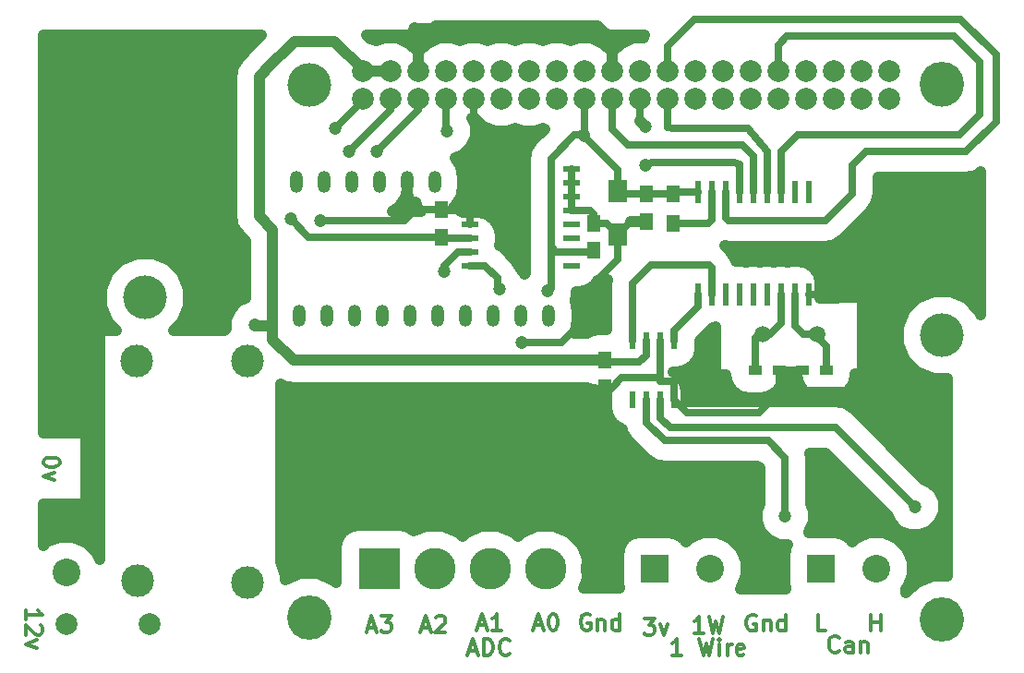
<source format=gbr>
G04 #@! TF.FileFunction,Copper,L1,Top,Signal*
%FSLAX46Y46*%
G04 Gerber Fmt 4.6, Leading zero omitted, Abs format (unit mm)*
G04 Created by KiCad (PCBNEW 4.0.6) date Wednesday, 29 December 2021 'AMt' 09:41:43*
%MOMM*%
%LPD*%
G01*
G04 APERTURE LIST*
%ADD10C,0.100000*%
%ADD11C,0.300000*%
%ADD12O,1.200000X2.000000*%
%ADD13C,4.064000*%
%ADD14C,4.000000*%
%ADD15C,2.000000*%
%ADD16R,1.250000X1.500000*%
%ADD17R,1.200000X0.900000*%
%ADD18R,1.700000X2.000000*%
%ADD19C,3.810000*%
%ADD20R,3.810000X3.810000*%
%ADD21R,2.540000X2.540000*%
%ADD22C,2.540000*%
%ADD23R,1.300000X1.500000*%
%ADD24C,1.998980*%
%ADD25R,0.600000X2.000000*%
%ADD26R,0.600000X1.550000*%
%ADD27C,1.500000*%
%ADD28C,3.000000*%
%ADD29R,1.500000X0.600000*%
%ADD30C,1.200000*%
%ADD31C,0.700000*%
%ADD32C,1.000000*%
G04 APERTURE END LIST*
D10*
D11*
X41246657Y969200D02*
X41960943Y969200D01*
X41103800Y540629D02*
X41603800Y2040629D01*
X42103800Y540629D01*
X42603800Y540629D02*
X42603800Y2040629D01*
X42960943Y2040629D01*
X43175228Y1969200D01*
X43318086Y1826343D01*
X43389514Y1683486D01*
X43460943Y1397771D01*
X43460943Y1183486D01*
X43389514Y897771D01*
X43318086Y754914D01*
X43175228Y612057D01*
X42960943Y540629D01*
X42603800Y540629D01*
X44960943Y683486D02*
X44889514Y612057D01*
X44675228Y540629D01*
X44532371Y540629D01*
X44318086Y612057D01*
X44175228Y754914D01*
X44103800Y897771D01*
X44032371Y1183486D01*
X44032371Y1397771D01*
X44103800Y1683486D01*
X44175228Y1826343D01*
X44318086Y1969200D01*
X44532371Y2040629D01*
X44675228Y2040629D01*
X44889514Y1969200D01*
X44960943Y1897771D01*
X60730915Y540629D02*
X59873772Y540629D01*
X60302344Y540629D02*
X60302344Y2040629D01*
X60159487Y1826343D01*
X60016629Y1683486D01*
X59873772Y1612057D01*
X62373772Y2040629D02*
X62730915Y540629D01*
X63016629Y1612057D01*
X63302343Y540629D01*
X63659486Y2040629D01*
X64230915Y540629D02*
X64230915Y1540629D01*
X64230915Y2040629D02*
X64159486Y1969200D01*
X64230915Y1897771D01*
X64302343Y1969200D01*
X64230915Y2040629D01*
X64230915Y1897771D01*
X64945201Y540629D02*
X64945201Y1540629D01*
X64945201Y1254914D02*
X65016629Y1397771D01*
X65088058Y1469200D01*
X65230915Y1540629D01*
X65373772Y1540629D01*
X66445200Y612057D02*
X66302343Y540629D01*
X66016629Y540629D01*
X65873772Y612057D01*
X65802343Y754914D01*
X65802343Y1326343D01*
X65873772Y1469200D01*
X66016629Y1540629D01*
X66302343Y1540629D01*
X66445200Y1469200D01*
X66516629Y1326343D01*
X66516629Y1183486D01*
X65802343Y1040629D01*
X75180143Y962886D02*
X75108714Y891457D01*
X74894428Y820029D01*
X74751571Y820029D01*
X74537286Y891457D01*
X74394428Y1034314D01*
X74323000Y1177171D01*
X74251571Y1462886D01*
X74251571Y1677171D01*
X74323000Y1962886D01*
X74394428Y2105743D01*
X74537286Y2248600D01*
X74751571Y2320029D01*
X74894428Y2320029D01*
X75108714Y2248600D01*
X75180143Y2177171D01*
X76465857Y820029D02*
X76465857Y1605743D01*
X76394428Y1748600D01*
X76251571Y1820029D01*
X75965857Y1820029D01*
X75823000Y1748600D01*
X76465857Y891457D02*
X76323000Y820029D01*
X75965857Y820029D01*
X75823000Y891457D01*
X75751571Y1034314D01*
X75751571Y1177171D01*
X75823000Y1320029D01*
X75965857Y1391457D01*
X76323000Y1391457D01*
X76465857Y1462886D01*
X77180143Y1820029D02*
X77180143Y820029D01*
X77180143Y1677171D02*
X77251571Y1748600D01*
X77394429Y1820029D01*
X77608714Y1820029D01*
X77751571Y1748600D01*
X77823000Y1605743D01*
X77823000Y820029D01*
X78133629Y2775829D02*
X78133629Y4275829D01*
X78133629Y3561543D02*
X78990772Y3561543D01*
X78990772Y2775829D02*
X78990772Y4275829D01*
X642229Y3854342D02*
X642229Y4711485D01*
X642229Y4282913D02*
X2142229Y4282913D01*
X1927943Y4425770D01*
X1785086Y4568628D01*
X1713657Y4711485D01*
X1999371Y3282914D02*
X2070800Y3211485D01*
X2142229Y3068628D01*
X2142229Y2711485D01*
X2070800Y2568628D01*
X1999371Y2497199D01*
X1856514Y2425771D01*
X1713657Y2425771D01*
X1499371Y2497199D01*
X642229Y3354342D01*
X642229Y2425771D01*
X1642229Y1925771D02*
X642229Y1568628D01*
X1642229Y1211486D01*
X3742429Y18321257D02*
X3742429Y18178400D01*
X3671000Y18035543D01*
X3599571Y17964114D01*
X3456714Y17892685D01*
X3171000Y17821257D01*
X2813857Y17821257D01*
X2528143Y17892685D01*
X2385286Y17964114D01*
X2313857Y18035543D01*
X2242429Y18178400D01*
X2242429Y18321257D01*
X2313857Y18464114D01*
X2385286Y18535543D01*
X2528143Y18606971D01*
X2813857Y18678400D01*
X3171000Y18678400D01*
X3456714Y18606971D01*
X3599571Y18535543D01*
X3671000Y18464114D01*
X3742429Y18321257D01*
X3242429Y17321257D02*
X2242429Y16964114D01*
X3242429Y16606972D01*
X73971886Y2775829D02*
X73257600Y2775829D01*
X73257600Y4275829D01*
X67564914Y4204400D02*
X67422057Y4275829D01*
X67207771Y4275829D01*
X66993486Y4204400D01*
X66850628Y4061543D01*
X66779200Y3918686D01*
X66707771Y3632971D01*
X66707771Y3418686D01*
X66779200Y3132971D01*
X66850628Y2990114D01*
X66993486Y2847257D01*
X67207771Y2775829D01*
X67350628Y2775829D01*
X67564914Y2847257D01*
X67636343Y2918686D01*
X67636343Y3418686D01*
X67350628Y3418686D01*
X68279200Y3775829D02*
X68279200Y2775829D01*
X68279200Y3632971D02*
X68350628Y3704400D01*
X68493486Y3775829D01*
X68707771Y3775829D01*
X68850628Y3704400D01*
X68922057Y3561543D01*
X68922057Y2775829D01*
X70279200Y2775829D02*
X70279200Y4275829D01*
X70279200Y2847257D02*
X70136343Y2775829D01*
X69850629Y2775829D01*
X69707771Y2847257D01*
X69636343Y2918686D01*
X69564914Y3061543D01*
X69564914Y3490114D01*
X69636343Y3632971D01*
X69707771Y3704400D01*
X69850629Y3775829D01*
X70136343Y3775829D01*
X70279200Y3704400D01*
X62766629Y2598029D02*
X61909486Y2598029D01*
X62338058Y2598029D02*
X62338058Y4098029D01*
X62195201Y3883743D01*
X62052343Y3740886D01*
X61909486Y3669457D01*
X63266629Y4098029D02*
X63623772Y2598029D01*
X63909486Y3669457D01*
X64195200Y2598029D01*
X64552343Y4098029D01*
X52350314Y4280600D02*
X52207457Y4352029D01*
X51993171Y4352029D01*
X51778886Y4280600D01*
X51636028Y4137743D01*
X51564600Y3994886D01*
X51493171Y3709171D01*
X51493171Y3494886D01*
X51564600Y3209171D01*
X51636028Y3066314D01*
X51778886Y2923457D01*
X51993171Y2852029D01*
X52136028Y2852029D01*
X52350314Y2923457D01*
X52421743Y2994886D01*
X52421743Y3494886D01*
X52136028Y3494886D01*
X53064600Y3852029D02*
X53064600Y2852029D01*
X53064600Y3709171D02*
X53136028Y3780600D01*
X53278886Y3852029D01*
X53493171Y3852029D01*
X53636028Y3780600D01*
X53707457Y3637743D01*
X53707457Y2852029D01*
X55064600Y2852029D02*
X55064600Y4352029D01*
X55064600Y2923457D02*
X54921743Y2852029D01*
X54636029Y2852029D01*
X54493171Y2923457D01*
X54421743Y2994886D01*
X54350314Y3137743D01*
X54350314Y3566314D01*
X54421743Y3709171D01*
X54493171Y3780600D01*
X54636029Y3852029D01*
X54921743Y3852029D01*
X55064600Y3780600D01*
X57323172Y3920229D02*
X58251743Y3920229D01*
X57751743Y3348800D01*
X57966029Y3348800D01*
X58108886Y3277371D01*
X58180315Y3205943D01*
X58251743Y3063086D01*
X58251743Y2705943D01*
X58180315Y2563086D01*
X58108886Y2491657D01*
X57966029Y2420229D01*
X57537457Y2420229D01*
X57394600Y2491657D01*
X57323172Y2563086D01*
X58751743Y3420229D02*
X59108886Y2420229D01*
X59466028Y3420229D01*
X31973972Y3102800D02*
X32688258Y3102800D01*
X31831115Y2674229D02*
X32331115Y4174229D01*
X32831115Y2674229D01*
X33188258Y4174229D02*
X34116829Y4174229D01*
X33616829Y3602800D01*
X33831115Y3602800D01*
X33973972Y3531371D01*
X34045401Y3459943D01*
X34116829Y3317086D01*
X34116829Y2959943D01*
X34045401Y2817086D01*
X33973972Y2745657D01*
X33831115Y2674229D01*
X33402543Y2674229D01*
X33259686Y2745657D01*
X33188258Y2817086D01*
X36952372Y3102800D02*
X37666658Y3102800D01*
X36809515Y2674229D02*
X37309515Y4174229D01*
X37809515Y2674229D01*
X38238086Y4031371D02*
X38309515Y4102800D01*
X38452372Y4174229D01*
X38809515Y4174229D01*
X38952372Y4102800D01*
X39023801Y4031371D01*
X39095229Y3888514D01*
X39095229Y3745657D01*
X39023801Y3531371D01*
X38166658Y2674229D01*
X39095229Y2674229D01*
X42108572Y3280600D02*
X42822858Y3280600D01*
X41965715Y2852029D02*
X42465715Y4352029D01*
X42965715Y2852029D01*
X44251429Y2852029D02*
X43394286Y2852029D01*
X43822858Y2852029D02*
X43822858Y4352029D01*
X43680001Y4137743D01*
X43537143Y3994886D01*
X43394286Y3923457D01*
X47264772Y3280600D02*
X47979058Y3280600D01*
X47121915Y2852029D02*
X47621915Y4352029D01*
X48121915Y2852029D01*
X48907629Y4352029D02*
X49050486Y4352029D01*
X49193343Y4280600D01*
X49264772Y4209171D01*
X49336201Y4066314D01*
X49407629Y3780600D01*
X49407629Y3423457D01*
X49336201Y3137743D01*
X49264772Y2994886D01*
X49193343Y2923457D01*
X49050486Y2852029D01*
X48907629Y2852029D01*
X48764772Y2923457D01*
X48693343Y2994886D01*
X48621915Y3137743D01*
X48550486Y3423457D01*
X48550486Y3780600D01*
X48621915Y4066314D01*
X48693343Y4209171D01*
X48764772Y4280600D01*
X48907629Y4352029D01*
D12*
X48577500Y31686500D03*
X46037500Y31686500D03*
X43497500Y31686500D03*
X40957500Y31686500D03*
X38417500Y31686500D03*
X35877500Y31686500D03*
X33337500Y31686500D03*
X30797500Y31686500D03*
X28257500Y31686500D03*
X25717500Y31686500D03*
D13*
X26606500Y4000500D03*
X84582000Y3810000D03*
X84582000Y52959000D03*
D14*
X84626000Y29888000D03*
X26626000Y52888000D03*
D15*
X31496000Y54158000D03*
X31496000Y51618000D03*
X34036000Y54158000D03*
X34036000Y51618000D03*
X36576000Y54158000D03*
X36576000Y51618000D03*
X39116000Y54158000D03*
X39116000Y51618000D03*
X41656000Y54158000D03*
X41656000Y51618000D03*
X44196000Y54158000D03*
X44196000Y51618000D03*
X46736000Y54158000D03*
X46736000Y51618000D03*
X49276000Y54158000D03*
X49276000Y51618000D03*
X51816000Y54158000D03*
X51816000Y51618000D03*
X54356000Y54158000D03*
X54356000Y51618000D03*
X56896000Y54158000D03*
X56896000Y51618000D03*
X59436000Y54158000D03*
X59436000Y51618000D03*
X61976000Y54158000D03*
X61976000Y51618000D03*
X64516000Y54158000D03*
X64516000Y51618000D03*
X67056000Y54158000D03*
X67056000Y51618000D03*
X69596000Y54158000D03*
X69596000Y51618000D03*
X72136000Y54158000D03*
X72136000Y51618000D03*
X74676000Y54158000D03*
X74676000Y51618000D03*
X77216000Y54158000D03*
X77216000Y51618000D03*
X79756000Y54158000D03*
X79756000Y51618000D03*
D14*
X84626000Y52888000D03*
X11557000Y33363000D03*
X11557000Y53363000D03*
D16*
X52730400Y40162800D03*
X52730400Y37662800D03*
X38709600Y41407400D03*
X38709600Y38907400D03*
D17*
X73998000Y26670000D03*
X71798000Y26670000D03*
X67480000Y26670000D03*
X69680000Y26670000D03*
D18*
X54927500Y39148000D03*
X54927500Y43148000D03*
D16*
X57531000Y40342500D03*
X57531000Y42842500D03*
X53721000Y25102500D03*
X53721000Y27602500D03*
D19*
X38100000Y8509000D03*
X43180000Y8509000D03*
D20*
X33020000Y8509000D03*
D19*
X48260000Y8509000D03*
X53340000Y8509000D03*
D21*
X4318000Y13208000D03*
D22*
X4318000Y8128000D03*
D21*
X73533000Y8509000D03*
D22*
X78613000Y8509000D03*
D23*
X59944000Y40179000D03*
X59944000Y42879000D03*
D24*
X11938000Y3429000D03*
X4318000Y3429000D03*
D12*
X38100000Y43942000D03*
X35560000Y43942000D03*
X33020000Y43942000D03*
X30480000Y43942000D03*
X27940000Y43942000D03*
X25400000Y43942000D03*
D25*
X62230000Y33654000D03*
X63500000Y33654000D03*
X64770000Y33654000D03*
X66040000Y33654000D03*
X67310000Y33654000D03*
X68580000Y33654000D03*
X69850000Y33654000D03*
X71120000Y33654000D03*
X72390000Y33654000D03*
X72390000Y43054000D03*
X71120000Y43054000D03*
X69850000Y43054000D03*
X68580000Y43054000D03*
X67310000Y43054000D03*
X66040000Y43054000D03*
X64770000Y43054000D03*
X63500000Y43054000D03*
X62230000Y43054000D03*
D26*
X60071000Y29370000D03*
X58801000Y29370000D03*
X57531000Y29370000D03*
X56261000Y29370000D03*
X56261000Y23970000D03*
X57531000Y23970000D03*
X58801000Y23970000D03*
X60071000Y23970000D03*
D27*
X73152000Y29972000D03*
X68152000Y29972000D03*
D21*
X58293000Y8509000D03*
D22*
X63373000Y8509000D03*
X68453000Y8509000D03*
D28*
X10795000Y27559000D03*
X20955000Y7239000D03*
X20955000Y27559000D03*
X10875000Y7399000D03*
D29*
X50624000Y36258500D03*
X50624000Y37528500D03*
X50624000Y38798500D03*
X50624000Y40068500D03*
X50624000Y41338500D03*
X50624000Y42608500D03*
X50624000Y43878500D03*
X50624000Y45148500D03*
X41324000Y45148500D03*
X41324000Y43878500D03*
X41324000Y42608500D03*
X41324000Y41338500D03*
X41324000Y40068500D03*
X41324000Y38798500D03*
X41324000Y37528500D03*
X41324000Y36258500D03*
D30*
X24892000Y40538400D03*
X46101000Y29235400D03*
X36245800Y58039000D03*
X27622500Y40386000D03*
X36385500Y41973500D03*
X48488600Y33959800D03*
X28956000Y48831500D03*
X21590000Y30835600D03*
X70256400Y13309600D03*
X82143600Y14198600D03*
X39217600Y48641000D03*
X38989000Y35788600D03*
X30226000Y46736000D03*
X44069000Y34163000D03*
X32766000Y46736000D03*
X57404000Y49022000D03*
X57404000Y45466000D03*
D31*
X26523000Y38907400D02*
X24892000Y40538400D01*
X38709600Y38907400D02*
X26523000Y38907400D01*
X41324000Y38798500D02*
X38818500Y38798500D01*
X38818500Y38798500D02*
X38709600Y38907400D01*
D32*
X54356000Y56959500D02*
X54356000Y54158000D01*
D31*
X54927500Y39148000D02*
X54927500Y36868100D01*
X49707800Y29235400D02*
X46101000Y29235400D01*
X51308000Y30835600D02*
X49707800Y29235400D01*
X51308000Y33248600D02*
X51308000Y30835600D01*
X54927500Y36868100D02*
X51308000Y33248600D01*
D32*
X37909500Y57975500D02*
X36309300Y57975500D01*
X36309300Y57975500D02*
X36245800Y58039000D01*
D31*
X41656000Y51618000D02*
X41656000Y45480500D01*
X41656000Y45480500D02*
X41324000Y45148500D01*
X38709600Y41407400D02*
X36951600Y41407400D01*
X36951600Y41407400D02*
X36385500Y41973500D01*
X41324000Y41338500D02*
X38778500Y41338500D01*
X38778500Y41338500D02*
X38709600Y41407400D01*
X41324000Y41338500D02*
X41324000Y40068500D01*
X41324000Y42608500D02*
X41324000Y41338500D01*
X41324000Y43535600D02*
X41324000Y42608500D01*
X41324000Y45148500D02*
X41324000Y43535600D01*
X41324000Y43535600D02*
X41324000Y43878500D01*
X52730400Y40162800D02*
X53912700Y40162800D01*
X53912700Y40162800D02*
X54927500Y39148000D01*
X50624000Y41338500D02*
X52362100Y41338500D01*
X52730400Y40970200D02*
X52730400Y40162800D01*
X52362100Y41338500D02*
X52730400Y40970200D01*
X50624000Y41338500D02*
X50624000Y42608500D01*
X54628800Y39148000D02*
X54927500Y39148000D01*
X50624000Y43878500D02*
X50624000Y42608500D01*
X50624000Y45148500D02*
X50624000Y43878500D01*
D32*
X36385500Y41973500D02*
X36385500Y41402000D01*
D31*
X36385500Y41402000D02*
X35369500Y40386000D01*
X35369500Y40386000D02*
X27622500Y40386000D01*
X54875500Y39096000D02*
X54927500Y39148000D01*
D32*
X36576000Y54158000D02*
X36576000Y56642000D01*
X36576000Y56642000D02*
X37909500Y57975500D01*
X37909500Y57975500D02*
X38227000Y58293000D01*
X38227000Y58293000D02*
X53022500Y58293000D01*
X53022500Y58293000D02*
X54356000Y56959500D01*
D31*
X53721000Y25102500D02*
X54376000Y25102500D01*
X55245000Y25971500D02*
X58801000Y25971500D01*
X54376000Y25102500D02*
X55245000Y25971500D01*
X72390000Y33654000D02*
X76518500Y33654000D01*
X70294500Y24828500D02*
X69680000Y25443000D01*
X75882500Y24828500D02*
X75692000Y24828500D01*
X75692000Y24828500D02*
X70294500Y24828500D01*
X77152500Y26098500D02*
X75882500Y24828500D01*
X77152500Y33020000D02*
X77152500Y26098500D01*
X76518500Y33654000D02*
X77152500Y33020000D01*
D32*
X57531000Y40342500D02*
X56122000Y40342500D01*
D31*
X56122000Y40342500D02*
X54927500Y39148000D01*
X58801000Y29370000D02*
X58801000Y25971500D01*
X58801000Y25971500D02*
X58801000Y25654000D01*
X58801000Y25654000D02*
X59944000Y25654000D01*
X60071000Y23970000D02*
X60071000Y25527000D01*
X60071000Y25527000D02*
X59944000Y25654000D01*
X69680000Y26670000D02*
X69680000Y25443000D01*
X69680000Y25443000D02*
X69680000Y24652002D01*
X61250998Y22790002D02*
X60071000Y23970000D01*
X67818000Y22790002D02*
X61250998Y22790002D01*
X69680000Y24652002D02*
X67818000Y22790002D01*
X69680000Y26670000D02*
X71798000Y26670000D01*
X48793400Y34264600D02*
X48793400Y37998400D01*
X48488600Y33959800D02*
X48793400Y34264600D01*
X51689000Y48260000D02*
X50952400Y48260000D01*
X50952400Y48260000D02*
X48793400Y46101000D01*
X48793400Y46101000D02*
X48793400Y37998400D01*
X49263300Y37528500D02*
X50624000Y37528500D01*
X48793400Y37998400D02*
X49263300Y37528500D01*
X50624000Y37528500D02*
X52596100Y37528500D01*
X52596100Y37528500D02*
X52730400Y37662800D01*
D32*
X51689000Y48260000D02*
X51816000Y48133000D01*
X51816000Y48133000D02*
X51816000Y48260000D01*
D31*
X28956000Y48831500D02*
X31496000Y51371500D01*
D32*
X51816000Y48260000D02*
X51816000Y48133000D01*
X51689000Y48260000D02*
X51816000Y48260000D01*
D31*
X31496000Y51371500D02*
X31496000Y51618000D01*
X54927500Y43148000D02*
X54927500Y45021500D01*
X54927500Y45021500D02*
X51816000Y48133000D01*
X51816000Y48133000D02*
X51816000Y51618000D01*
X57531000Y42842500D02*
X55233000Y42842500D01*
X55233000Y42842500D02*
X54927500Y43148000D01*
X59944000Y42879000D02*
X57567500Y42879000D01*
X57567500Y42879000D02*
X57531000Y42842500D01*
X62230000Y43054000D02*
X60119000Y43054000D01*
X60119000Y43054000D02*
X59944000Y42879000D01*
X73152000Y29972000D02*
X73152000Y29718000D01*
X73152000Y29718000D02*
X73998000Y28872000D01*
X73998000Y28872000D02*
X73998000Y26670000D01*
X73152000Y29972000D02*
X71882000Y29972000D01*
X71120000Y30734000D02*
X71120000Y33654000D01*
X71882000Y29972000D02*
X71120000Y30734000D01*
X68152000Y29972000D02*
X67818000Y29972000D01*
X67818000Y29972000D02*
X67480000Y29634000D01*
X67480000Y29634000D02*
X67480000Y26670000D01*
X68152000Y29972000D02*
X68834000Y29972000D01*
X68834000Y29972000D02*
X69850000Y30988000D01*
X69850000Y30988000D02*
X69850000Y33654000D01*
D32*
X21691600Y30734000D02*
X23272750Y30734000D01*
X21590000Y30835600D02*
X21691600Y30734000D01*
X22555200Y54203600D02*
X22555200Y54127400D01*
X22555200Y54127400D02*
X22021800Y53594000D01*
X22021800Y53594000D02*
X22021800Y40792400D01*
X23272750Y39541450D02*
X23272750Y30734000D01*
X25222200Y56870600D02*
X28905200Y56870600D01*
X22555200Y54203600D02*
X25222200Y56870600D01*
X23272750Y39541450D02*
X22021800Y40792400D01*
X31496000Y54279800D02*
X28905200Y56870600D01*
X23272750Y30734000D02*
X23272750Y29495750D01*
X25166000Y27602500D02*
X23272750Y29495750D01*
X25166000Y27602500D02*
X53721000Y27602500D01*
X31496000Y54158000D02*
X31496000Y54279800D01*
X31496000Y54158000D02*
X34036000Y54158000D01*
D31*
X53911500Y27412000D02*
X56876000Y27412000D01*
X57531000Y28067000D02*
X56876000Y27412000D01*
X57531000Y28067000D02*
X57531000Y29370000D01*
X53911500Y27412000D02*
X53721000Y27602500D01*
X70256400Y13309600D02*
X70256400Y18665198D01*
X57531000Y21899540D02*
X57531000Y23970000D01*
X59190542Y20239998D02*
X57531000Y21899540D01*
X68681600Y20239998D02*
X59190542Y20239998D01*
X70256400Y18665198D02*
X68681600Y20239998D01*
X58801000Y22326600D02*
X58801000Y23970000D01*
X59687600Y21440000D02*
X58801000Y22326600D01*
X74902200Y21440000D02*
X59687600Y21440000D01*
X82143600Y14198600D02*
X74902200Y21440000D01*
X39116000Y48742600D02*
X39217600Y48641000D01*
X39116000Y48742600D02*
X39116000Y51618000D01*
X41324000Y37528500D02*
X40246300Y37528500D01*
X38989000Y36271200D02*
X38989000Y35788600D01*
X40246300Y37528500D02*
X38989000Y36271200D01*
X34036000Y51618000D02*
X34036000Y50546000D01*
X34036000Y50546000D02*
X30226000Y46736000D01*
X42735500Y36258500D02*
X41324000Y36258500D01*
X43865800Y35128200D02*
X42735500Y36258500D01*
X43865800Y34366200D02*
X43865800Y35128200D01*
X44069000Y34163000D02*
X43865800Y34366200D01*
X36576000Y50546000D02*
X32766000Y46736000D01*
X36576000Y51618000D02*
X36576000Y50546000D01*
X63500000Y43054000D02*
X63500000Y40513000D01*
X63166000Y40179000D02*
X59944000Y40179000D01*
X63500000Y40513000D02*
X63166000Y40179000D01*
X54356000Y48768000D02*
X54356000Y51618000D01*
X67310000Y43054000D02*
X67310000Y46308940D01*
X55810002Y47313998D02*
X54356000Y48768000D01*
X66304942Y47313998D02*
X55810002Y47313998D01*
X67310000Y46308940D02*
X66304942Y47313998D01*
X56896000Y51618000D02*
X56896000Y49530000D01*
D32*
X57404000Y49022000D02*
X56896000Y49530000D01*
X57437467Y45479118D02*
X57417118Y45479118D01*
X57417118Y45479118D02*
X57404000Y45466000D01*
D31*
X66109998Y44704000D02*
X66040000Y44704000D01*
X66109998Y45535998D02*
X66109998Y44704000D01*
X65532000Y45720000D02*
X66109998Y45535998D01*
X58051996Y45720000D02*
X65532000Y45720000D01*
X57437467Y45479118D02*
X58051996Y45720000D01*
X66040000Y43054000D02*
X66040000Y44704000D01*
X76390500Y42862500D02*
X76390500Y45489998D01*
X59436000Y56388000D02*
X59436000Y54158000D01*
X61888502Y58840502D02*
X59436000Y56388000D01*
X86346322Y58840502D02*
X61888502Y58840502D01*
X89574502Y55612322D02*
X86346322Y58840502D01*
X89574502Y49480178D02*
X89574502Y55612322D01*
X86854322Y46759998D02*
X89574502Y49480178D01*
X77660500Y46759998D02*
X86854322Y46759998D01*
X76390500Y45489998D02*
X77660500Y46759998D01*
X64770000Y43054000D02*
X64770000Y40640000D01*
X73914000Y40386000D02*
X76390500Y42862500D01*
X65024000Y40386000D02*
X73914000Y40386000D01*
X64770000Y40640000D02*
X65024000Y40386000D01*
X59436000Y51618000D02*
X59436000Y48952002D01*
X68580000Y46736000D02*
X68580000Y43054000D01*
X66865500Y48895000D02*
X68580000Y46736000D01*
X59937502Y48895000D02*
X66865500Y48895000D01*
X59436000Y48952002D02*
X59937502Y48895000D01*
X71374000Y48260000D02*
X86233000Y48260000D01*
X69596000Y56515000D02*
X69596000Y54158000D01*
X70421500Y57340500D02*
X69596000Y56515000D01*
X85725000Y57340500D02*
X70421500Y57340500D01*
X88074500Y54991000D02*
X85725000Y57340500D01*
X88074500Y50101500D02*
X88074500Y54991000D01*
X86233000Y48260000D02*
X88074500Y50101500D01*
X69850000Y43054000D02*
X69850000Y46736000D01*
X69850000Y46736000D02*
X71374000Y48260000D01*
X62230000Y33654000D02*
X62230000Y32512000D01*
X60071000Y30353000D02*
X60071000Y29370000D01*
X62230000Y32512000D02*
X60071000Y30353000D01*
X63500000Y33654000D02*
X63500000Y36068000D01*
X56261000Y34671000D02*
X56261000Y29370000D01*
X57912000Y36322000D02*
X56261000Y34671000D01*
X63246000Y36322000D02*
X57912000Y36322000D01*
X63500000Y36068000D02*
X63246000Y36322000D01*
D32*
G36*
X88170800Y31783505D02*
X88019013Y32150858D01*
X86894777Y33277058D01*
X85425140Y33887305D01*
X83833841Y33888693D01*
X82363142Y33281013D01*
X81236942Y32156777D01*
X80626695Y30687140D01*
X80625307Y29095841D01*
X81232987Y27625142D01*
X82357223Y26498942D01*
X83826860Y25888695D01*
X85148200Y25887542D01*
X85148200Y7841508D01*
X83783504Y7842699D01*
X82301039Y7230157D01*
X81347915Y6278695D01*
X81347915Y6618697D01*
X81383555Y6654275D01*
X81882431Y7855703D01*
X81883566Y9156590D01*
X81386787Y10358886D01*
X80467725Y11279555D01*
X79266297Y11778431D01*
X77965410Y11779566D01*
X76763114Y11282787D01*
X76427542Y10947801D01*
X76264702Y11200862D01*
X75596356Y11657523D01*
X74803000Y11818182D01*
X72442545Y11818182D01*
X72459287Y11834895D01*
X72855948Y12790159D01*
X72856850Y13824503D01*
X72606400Y14430639D01*
X72606400Y18665198D01*
X72521902Y19090000D01*
X73928798Y19090000D01*
X79689644Y13329154D01*
X79938142Y12727742D01*
X80668895Y11995713D01*
X81624159Y11599052D01*
X82658503Y11598150D01*
X83614458Y11993142D01*
X84346487Y12723895D01*
X84743148Y13679159D01*
X84744050Y14713503D01*
X84349058Y15669458D01*
X83618305Y16401487D01*
X83012607Y16652995D01*
X76563901Y23101701D01*
X75801506Y23611117D01*
X74902200Y23790000D01*
X61151000Y23790000D01*
X61151000Y23970000D01*
X61140182Y24024386D01*
X61140182Y24745000D01*
X61000724Y25486156D01*
X60562702Y26166862D01*
X59993446Y26555818D01*
X60371000Y26555818D01*
X61112156Y26695276D01*
X61792862Y27133298D01*
X62249523Y27801644D01*
X62410182Y28595000D01*
X62410182Y29315614D01*
X62421000Y29370000D01*
X62421000Y29379598D01*
X63656220Y30614818D01*
X63800000Y30614818D01*
X63876300Y30629175D01*
X63876300Y26797000D01*
X63911608Y26612443D01*
X64020022Y26446192D01*
X64184576Y26335219D01*
X64379339Y26297009D01*
X64840818Y26299814D01*
X64840818Y26220000D01*
X64980276Y25478844D01*
X65418298Y24798138D01*
X66086644Y24341477D01*
X66880000Y24180818D01*
X68080000Y24180818D01*
X68821156Y24320276D01*
X69501862Y24758298D01*
X69958523Y25426644D01*
X70119182Y26220000D01*
X70119182Y26331902D01*
X71358818Y26339437D01*
X71358818Y26220000D01*
X71498276Y25478844D01*
X71936298Y24798138D01*
X72604644Y24341477D01*
X73398000Y24180818D01*
X74598000Y24180818D01*
X75339156Y24320276D01*
X76019862Y24758298D01*
X76476523Y25426644D01*
X76637182Y26220000D01*
X76637182Y26371525D01*
X76914239Y26373209D01*
X77092929Y26407395D01*
X77259835Y26514796D01*
X77371807Y26678672D01*
X77411200Y26873200D01*
X77411200Y32842200D01*
X77375892Y33026757D01*
X77267478Y33193008D01*
X77102924Y33303981D01*
X76908161Y33342191D01*
X73470000Y33321290D01*
X73470000Y33654000D01*
X73459182Y33708386D01*
X73459182Y34654000D01*
X73319724Y35395156D01*
X72881702Y36075862D01*
X72213356Y36532523D01*
X71420000Y36693182D01*
X70820000Y36693182D01*
X70472701Y36627833D01*
X70150000Y36693182D01*
X69550000Y36693182D01*
X69202701Y36627833D01*
X68880000Y36693182D01*
X68280000Y36693182D01*
X67932701Y36627833D01*
X67610000Y36693182D01*
X67010000Y36693182D01*
X66662701Y36627833D01*
X66340000Y36693182D01*
X65740000Y36693182D01*
X65726162Y36690578D01*
X65671117Y36967306D01*
X65161701Y37729701D01*
X64907701Y37983701D01*
X64746956Y38091107D01*
X65024000Y38036000D01*
X73914000Y38036000D01*
X74813306Y38214883D01*
X75575701Y38724299D01*
X78052201Y41200799D01*
X78561617Y41963194D01*
X78740500Y42862500D01*
X78740500Y44409998D01*
X86854322Y44409998D01*
X87753628Y44588881D01*
X88170800Y44867626D01*
X88170800Y31783505D01*
X88170800Y31783505D01*
G37*
X88170800Y31783505D02*
X88019013Y32150858D01*
X86894777Y33277058D01*
X85425140Y33887305D01*
X83833841Y33888693D01*
X82363142Y33281013D01*
X81236942Y32156777D01*
X80626695Y30687140D01*
X80625307Y29095841D01*
X81232987Y27625142D01*
X82357223Y26498942D01*
X83826860Y25888695D01*
X85148200Y25887542D01*
X85148200Y7841508D01*
X83783504Y7842699D01*
X82301039Y7230157D01*
X81347915Y6278695D01*
X81347915Y6618697D01*
X81383555Y6654275D01*
X81882431Y7855703D01*
X81883566Y9156590D01*
X81386787Y10358886D01*
X80467725Y11279555D01*
X79266297Y11778431D01*
X77965410Y11779566D01*
X76763114Y11282787D01*
X76427542Y10947801D01*
X76264702Y11200862D01*
X75596356Y11657523D01*
X74803000Y11818182D01*
X72442545Y11818182D01*
X72459287Y11834895D01*
X72855948Y12790159D01*
X72856850Y13824503D01*
X72606400Y14430639D01*
X72606400Y18665198D01*
X72521902Y19090000D01*
X73928798Y19090000D01*
X79689644Y13329154D01*
X79938142Y12727742D01*
X80668895Y11995713D01*
X81624159Y11599052D01*
X82658503Y11598150D01*
X83614458Y11993142D01*
X84346487Y12723895D01*
X84743148Y13679159D01*
X84744050Y14713503D01*
X84349058Y15669458D01*
X83618305Y16401487D01*
X83012607Y16652995D01*
X76563901Y23101701D01*
X75801506Y23611117D01*
X74902200Y23790000D01*
X61151000Y23790000D01*
X61151000Y23970000D01*
X61140182Y24024386D01*
X61140182Y24745000D01*
X61000724Y25486156D01*
X60562702Y26166862D01*
X59993446Y26555818D01*
X60371000Y26555818D01*
X61112156Y26695276D01*
X61792862Y27133298D01*
X62249523Y27801644D01*
X62410182Y28595000D01*
X62410182Y29315614D01*
X62421000Y29370000D01*
X62421000Y29379598D01*
X63656220Y30614818D01*
X63800000Y30614818D01*
X63876300Y30629175D01*
X63876300Y26797000D01*
X63911608Y26612443D01*
X64020022Y26446192D01*
X64184576Y26335219D01*
X64379339Y26297009D01*
X64840818Y26299814D01*
X64840818Y26220000D01*
X64980276Y25478844D01*
X65418298Y24798138D01*
X66086644Y24341477D01*
X66880000Y24180818D01*
X68080000Y24180818D01*
X68821156Y24320276D01*
X69501862Y24758298D01*
X69958523Y25426644D01*
X70119182Y26220000D01*
X70119182Y26331902D01*
X71358818Y26339437D01*
X71358818Y26220000D01*
X71498276Y25478844D01*
X71936298Y24798138D01*
X72604644Y24341477D01*
X73398000Y24180818D01*
X74598000Y24180818D01*
X75339156Y24320276D01*
X76019862Y24758298D01*
X76476523Y25426644D01*
X76637182Y26220000D01*
X76637182Y26371525D01*
X76914239Y26373209D01*
X77092929Y26407395D01*
X77259835Y26514796D01*
X77371807Y26678672D01*
X77411200Y26873200D01*
X77411200Y32842200D01*
X77375892Y33026757D01*
X77267478Y33193008D01*
X77102924Y33303981D01*
X76908161Y33342191D01*
X73470000Y33321290D01*
X73470000Y33654000D01*
X73459182Y33708386D01*
X73459182Y34654000D01*
X73319724Y35395156D01*
X72881702Y36075862D01*
X72213356Y36532523D01*
X71420000Y36693182D01*
X70820000Y36693182D01*
X70472701Y36627833D01*
X70150000Y36693182D01*
X69550000Y36693182D01*
X69202701Y36627833D01*
X68880000Y36693182D01*
X68280000Y36693182D01*
X67932701Y36627833D01*
X67610000Y36693182D01*
X67010000Y36693182D01*
X66662701Y36627833D01*
X66340000Y36693182D01*
X65740000Y36693182D01*
X65726162Y36690578D01*
X65671117Y36967306D01*
X65161701Y37729701D01*
X64907701Y37983701D01*
X64746956Y38091107D01*
X65024000Y38036000D01*
X73914000Y38036000D01*
X74813306Y38214883D01*
X75575701Y38724299D01*
X78052201Y41200799D01*
X78561617Y41963194D01*
X78740500Y42862500D01*
X78740500Y44409998D01*
X86854322Y44409998D01*
X87753628Y44588881D01*
X88170800Y44867626D01*
X88170800Y31783505D01*
G36*
X24209291Y25292801D02*
X25166000Y25102500D01*
X52114544Y25102500D01*
X52302644Y24973977D01*
X53096000Y24813318D01*
X53935653Y24813318D01*
X53921818Y24745000D01*
X53921818Y23195000D01*
X54061276Y22453844D01*
X54499298Y21773138D01*
X55167644Y21316477D01*
X55302407Y21289187D01*
X55359883Y21000234D01*
X55869299Y20237839D01*
X57528841Y18578297D01*
X58291236Y18068881D01*
X59190542Y17889998D01*
X67708198Y17889998D01*
X67906400Y17691796D01*
X67906400Y14430018D01*
X67656852Y13829041D01*
X67655950Y12794697D01*
X68050942Y11838742D01*
X68781695Y11106713D01*
X69736959Y10710052D01*
X70478119Y10709406D01*
X70384477Y10572356D01*
X70223818Y9779000D01*
X70223818Y7239000D01*
X70333818Y6654400D01*
X66143607Y6654400D01*
X66642431Y7855703D01*
X66643566Y9156590D01*
X66146787Y10358886D01*
X65227725Y11279555D01*
X64026297Y11778431D01*
X62725410Y11779566D01*
X61523114Y11282787D01*
X61187542Y10947801D01*
X61024702Y11200862D01*
X60356356Y11657523D01*
X59563000Y11818182D01*
X57023000Y11818182D01*
X56281844Y11678724D01*
X55601138Y11240702D01*
X55144477Y10572356D01*
X54983818Y9779000D01*
X54983818Y7239000D01*
X55079480Y6730600D01*
X51749815Y6730600D01*
X52164320Y7728840D01*
X52165676Y9282345D01*
X51572428Y10718115D01*
X50474893Y11817567D01*
X49040160Y12413320D01*
X47486655Y12414676D01*
X46050885Y11821428D01*
X45720386Y11491505D01*
X45394893Y11817567D01*
X43960160Y12413320D01*
X42406655Y12414676D01*
X40970885Y11821428D01*
X40640386Y11491505D01*
X40314893Y11817567D01*
X38880160Y12413320D01*
X37326655Y12414676D01*
X36213022Y11954532D01*
X35718356Y12292523D01*
X34925000Y12453182D01*
X31115000Y12453182D01*
X30373844Y12313724D01*
X29693138Y11875702D01*
X29236477Y11207356D01*
X29075818Y10414000D01*
X29075818Y7233961D01*
X28893427Y7416671D01*
X27412033Y8031799D01*
X25808004Y8033199D01*
X24455206Y7474234D01*
X24455606Y7932139D01*
X23995000Y9046892D01*
X23995000Y25435986D01*
X24209291Y25292801D01*
X24209291Y25292801D01*
G37*
X24209291Y25292801D02*
X25166000Y25102500D01*
X52114544Y25102500D01*
X52302644Y24973977D01*
X53096000Y24813318D01*
X53935653Y24813318D01*
X53921818Y24745000D01*
X53921818Y23195000D01*
X54061276Y22453844D01*
X54499298Y21773138D01*
X55167644Y21316477D01*
X55302407Y21289187D01*
X55359883Y21000234D01*
X55869299Y20237839D01*
X57528841Y18578297D01*
X58291236Y18068881D01*
X59190542Y17889998D01*
X67708198Y17889998D01*
X67906400Y17691796D01*
X67906400Y14430018D01*
X67656852Y13829041D01*
X67655950Y12794697D01*
X68050942Y11838742D01*
X68781695Y11106713D01*
X69736959Y10710052D01*
X70478119Y10709406D01*
X70384477Y10572356D01*
X70223818Y9779000D01*
X70223818Y7239000D01*
X70333818Y6654400D01*
X66143607Y6654400D01*
X66642431Y7855703D01*
X66643566Y9156590D01*
X66146787Y10358886D01*
X65227725Y11279555D01*
X64026297Y11778431D01*
X62725410Y11779566D01*
X61523114Y11282787D01*
X61187542Y10947801D01*
X61024702Y11200862D01*
X60356356Y11657523D01*
X59563000Y11818182D01*
X57023000Y11818182D01*
X56281844Y11678724D01*
X55601138Y11240702D01*
X55144477Y10572356D01*
X54983818Y9779000D01*
X54983818Y7239000D01*
X55079480Y6730600D01*
X51749815Y6730600D01*
X52164320Y7728840D01*
X52165676Y9282345D01*
X51572428Y10718115D01*
X50474893Y11817567D01*
X49040160Y12413320D01*
X47486655Y12414676D01*
X46050885Y11821428D01*
X45720386Y11491505D01*
X45394893Y11817567D01*
X43960160Y12413320D01*
X42406655Y12414676D01*
X40970885Y11821428D01*
X40640386Y11491505D01*
X40314893Y11817567D01*
X38880160Y12413320D01*
X37326655Y12414676D01*
X36213022Y11954532D01*
X35718356Y12292523D01*
X34925000Y12453182D01*
X31115000Y12453182D01*
X30373844Y12313724D01*
X29693138Y11875702D01*
X29236477Y11207356D01*
X29075818Y10414000D01*
X29075818Y7233961D01*
X28893427Y7416671D01*
X27412033Y8031799D01*
X25808004Y8033199D01*
X24455206Y7474234D01*
X24455606Y7932139D01*
X23995000Y9046892D01*
X23995000Y25435986D01*
X24209291Y25292801D01*
G36*
X20787433Y55971367D02*
X20633991Y55741725D01*
X20254033Y55361767D01*
X19712101Y54550709D01*
X19521800Y53594000D01*
X19521800Y40792400D01*
X19712101Y39835691D01*
X20083607Y39279694D01*
X20254033Y39024633D01*
X20772750Y38505916D01*
X20772750Y33311123D01*
X20119142Y33041058D01*
X19387113Y32310305D01*
X18990452Y31355041D01*
X18989736Y30533975D01*
X18974999Y30527886D01*
X18791794Y30345000D01*
X14195526Y30345000D01*
X14946058Y31094223D01*
X15556305Y32563860D01*
X15557693Y34155159D01*
X14950013Y35625858D01*
X13825777Y36752058D01*
X12356140Y37362305D01*
X10764841Y37363693D01*
X9294142Y36756013D01*
X8167942Y35631777D01*
X7557695Y34162140D01*
X7556307Y32570841D01*
X8163987Y31100142D01*
X8917812Y30345000D01*
X7874000Y30345000D01*
X7692271Y30310805D01*
X7525365Y30203404D01*
X7413393Y30039528D01*
X7374000Y29845000D01*
X7374000Y9294879D01*
X7091787Y9977886D01*
X6172725Y10898555D01*
X4971297Y11397431D01*
X3670410Y11398566D01*
X2468114Y10901787D01*
X2202400Y10636537D01*
X2202400Y14392686D01*
X6121000Y14392686D01*
X6121000Y20964114D01*
X2202400Y20964114D01*
X2202400Y57411400D01*
X22227466Y57411400D01*
X20787433Y55971367D01*
X20787433Y55971367D01*
G37*
X20787433Y55971367D02*
X20633991Y55741725D01*
X20254033Y55361767D01*
X19712101Y54550709D01*
X19521800Y53594000D01*
X19521800Y40792400D01*
X19712101Y39835691D01*
X20083607Y39279694D01*
X20254033Y39024633D01*
X20772750Y38505916D01*
X20772750Y33311123D01*
X20119142Y33041058D01*
X19387113Y32310305D01*
X18990452Y31355041D01*
X18989736Y30533975D01*
X18974999Y30527886D01*
X18791794Y30345000D01*
X14195526Y30345000D01*
X14946058Y31094223D01*
X15556305Y32563860D01*
X15557693Y34155159D01*
X14950013Y35625858D01*
X13825777Y36752058D01*
X12356140Y37362305D01*
X10764841Y37363693D01*
X9294142Y36756013D01*
X8167942Y35631777D01*
X7557695Y34162140D01*
X7556307Y32570841D01*
X8163987Y31100142D01*
X8917812Y30345000D01*
X7874000Y30345000D01*
X7692271Y30310805D01*
X7525365Y30203404D01*
X7413393Y30039528D01*
X7374000Y29845000D01*
X7374000Y9294879D01*
X7091787Y9977886D01*
X6172725Y10898555D01*
X4971297Y11397431D01*
X3670410Y11398566D01*
X2468114Y10901787D01*
X2202400Y10636537D01*
X2202400Y14392686D01*
X6121000Y14392686D01*
X6121000Y20964114D01*
X2202400Y20964114D01*
X2202400Y57411400D01*
X22227466Y57411400D01*
X20787433Y55971367D01*
G36*
X53911000Y34671000D02*
X53911000Y30391682D01*
X53096000Y30391682D01*
X52354844Y30252224D01*
X52122166Y30102500D01*
X50892557Y30102500D01*
X50979587Y30232750D01*
X51177500Y31227727D01*
X51177500Y32145273D01*
X50979587Y33140250D01*
X50969685Y33155069D01*
X51088148Y33440359D01*
X51088566Y33919318D01*
X51374000Y33919318D01*
X52115156Y34058776D01*
X52795862Y34496798D01*
X53053332Y34873618D01*
X53355400Y34873618D01*
X53974474Y34990105D01*
X53911000Y34671000D01*
X53911000Y34671000D01*
G37*
X53911000Y34671000D02*
X53911000Y30391682D01*
X53096000Y30391682D01*
X52354844Y30252224D01*
X52122166Y30102500D01*
X50892557Y30102500D01*
X50979587Y30232750D01*
X51177500Y31227727D01*
X51177500Y32145273D01*
X50979587Y33140250D01*
X50969685Y33155069D01*
X51088148Y33440359D01*
X51088566Y33919318D01*
X51374000Y33919318D01*
X52115156Y34058776D01*
X52795862Y34496798D01*
X53053332Y34873618D01*
X53355400Y34873618D01*
X53974474Y34990105D01*
X53911000Y34671000D01*
G36*
X42494418Y49076207D02*
X43596645Y48618522D01*
X44790119Y48617481D01*
X45466301Y48896873D01*
X46136645Y48618522D01*
X47330119Y48617481D01*
X48006301Y48896873D01*
X48189712Y48820714D01*
X47131699Y47762701D01*
X46622283Y47000306D01*
X46443400Y46101000D01*
X46443400Y35591917D01*
X46336062Y35484766D01*
X46274458Y35633858D01*
X46075593Y35833071D01*
X46036917Y36027506D01*
X45527501Y36789901D01*
X44397201Y37920201D01*
X44052602Y38150455D01*
X44047833Y38175799D01*
X44113182Y38498500D01*
X44113182Y39098500D01*
X43973724Y39839656D01*
X43535702Y40520362D01*
X42867356Y40977023D01*
X42074000Y41137682D01*
X41378386Y41137682D01*
X41324000Y41148500D01*
X40694969Y41148500D01*
X40127956Y41535923D01*
X39857558Y41590680D01*
X39938478Y41644749D01*
X40502087Y42488250D01*
X40700000Y43483227D01*
X40700000Y44400773D01*
X40502087Y45395750D01*
X39997958Y46150233D01*
X40688458Y46435542D01*
X41420487Y47166295D01*
X41817148Y48121559D01*
X41818050Y49155903D01*
X41548778Y49807593D01*
X41656731Y49915358D01*
X42494418Y49076207D01*
X42494418Y49076207D01*
G37*
X42494418Y49076207D02*
X43596645Y48618522D01*
X44790119Y48617481D01*
X45466301Y48896873D01*
X46136645Y48618522D01*
X47330119Y48617481D01*
X48006301Y48896873D01*
X48189712Y48820714D01*
X47131699Y47762701D01*
X46622283Y47000306D01*
X46443400Y46101000D01*
X46443400Y35591917D01*
X46336062Y35484766D01*
X46274458Y35633858D01*
X46075593Y35833071D01*
X46036917Y36027506D01*
X45527501Y36789901D01*
X44397201Y37920201D01*
X44052602Y38150455D01*
X44047833Y38175799D01*
X44113182Y38498500D01*
X44113182Y39098500D01*
X43973724Y39839656D01*
X43535702Y40520362D01*
X42867356Y40977023D01*
X42074000Y41137682D01*
X41378386Y41137682D01*
X41324000Y41148500D01*
X40694969Y41148500D01*
X40127956Y41535923D01*
X39857558Y41590680D01*
X39938478Y41644749D01*
X40502087Y42488250D01*
X40700000Y43483227D01*
X40700000Y44400773D01*
X40502087Y45395750D01*
X39997958Y46150233D01*
X40688458Y46435542D01*
X41420487Y47166295D01*
X41817148Y48121559D01*
X41818050Y49155903D01*
X41548778Y49807593D01*
X41656731Y49915358D01*
X42494418Y49076207D01*
G36*
X35697913Y42488250D02*
X36261522Y41644749D01*
X36841231Y41257400D01*
X34278769Y41257400D01*
X34858478Y41644749D01*
X35422087Y42488250D01*
X35560000Y43181586D01*
X35697913Y42488250D01*
X35697913Y42488250D01*
G37*
X35697913Y42488250D02*
X36261522Y41644749D01*
X36841231Y41257400D01*
X34278769Y41257400D01*
X34858478Y41644749D01*
X35422087Y42488250D01*
X35560000Y43181586D01*
X35697913Y42488250D01*
G36*
X57264883Y57287306D02*
X57239103Y57157702D01*
X56301881Y57158519D01*
X55198857Y56702759D01*
X54355269Y55860642D01*
X53517582Y56699793D01*
X52415355Y57157478D01*
X51221881Y57158519D01*
X50545699Y56879127D01*
X49875355Y57157478D01*
X48681881Y57158519D01*
X48005699Y56879127D01*
X47335355Y57157478D01*
X46141881Y57158519D01*
X45465699Y56879127D01*
X44795355Y57157478D01*
X43601881Y57158519D01*
X42925699Y56879127D01*
X42255355Y57157478D01*
X41061881Y57158519D01*
X40385699Y56879127D01*
X39715355Y57157478D01*
X38521881Y57158519D01*
X37418857Y56702759D01*
X36575269Y55860642D01*
X35737582Y56699793D01*
X34635355Y57157478D01*
X33441881Y57158519D01*
X32765699Y56879127D01*
X32195397Y57115937D01*
X31899934Y57411400D01*
X57347800Y57411400D01*
X57264883Y57287306D01*
X57264883Y57287306D01*
G37*
X57264883Y57287306D02*
X57239103Y57157702D01*
X56301881Y57158519D01*
X55198857Y56702759D01*
X54355269Y55860642D01*
X53517582Y56699793D01*
X52415355Y57157478D01*
X51221881Y57158519D01*
X50545699Y56879127D01*
X49875355Y57157478D01*
X48681881Y57158519D01*
X48005699Y56879127D01*
X47335355Y57157478D01*
X46141881Y57158519D01*
X45465699Y56879127D01*
X44795355Y57157478D01*
X43601881Y57158519D01*
X42925699Y56879127D01*
X42255355Y57157478D01*
X41061881Y57158519D01*
X40385699Y56879127D01*
X39715355Y57157478D01*
X38521881Y57158519D01*
X37418857Y56702759D01*
X36575269Y55860642D01*
X35737582Y56699793D01*
X34635355Y57157478D01*
X33441881Y57158519D01*
X32765699Y56879127D01*
X32195397Y57115937D01*
X31899934Y57411400D01*
X57347800Y57411400D01*
X57264883Y57287306D01*
M02*

</source>
